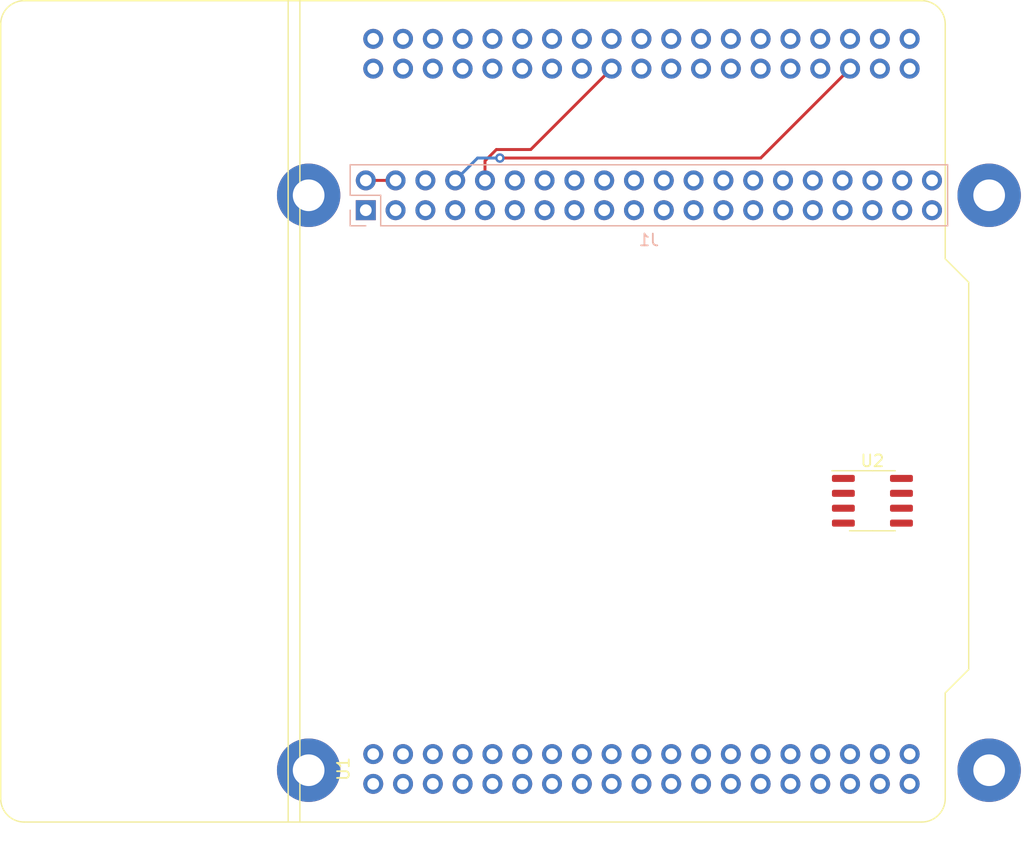
<source format=kicad_pcb>
(kicad_pcb (version 20211014) (generator pcbnew)
  (layers (0 "F.Cu" signal) (31 "B.Cu" signal) (34 "B.Paste" user) (35 "F.Paste" user) (36 "B.SilkS" user "B.Silkscreen") (37 "F.SilkS" user "F.Silkscreen") (38 "B.Mask" user) (39 "F.Mask" user) (44 "Edge.Cuts" user))
  (net 0 "")
  (net 1 "+3V3")
  (net 2 "+5V")
  (net 7 "/Serial_rp_to_nu")
  (net 9 "/Serial_nu_to_rp")
  (net 88 "/nuCAN1_TX")
  (net 90 "/nuCAN1_RX")
  (net 92 "/nuCAN2_TX")
  (net 105 "/nuCAN2_RX")
  (net 113 "GND")
  (footprint "Boad_dev:RaspberryPi_HAT_Connector_4hole" (layer "F.Cu") (at 135.255 70.485)
    (fp_text reference "J1" (at 0 3.81) (layer "B.SilkS") (effects (justify mirror)))
    (fp_text value "Raspberry_Pi_2_3")
    (fp_line (start -25.46 2.6) (end -24.13 2.6) (layer "B.SilkS") (width 0.12))
    (fp_line (start -25.46 -2.6) (end 25.46 -2.6) (layer "B.SilkS") (width 0.12))
    (fp_line (start -22.86 0) (end -22.86 2.6) (layer "B.SilkS") (width 0.12))
    (fp_line (start -25.46 0) (end -22.86 0) (layer "B.SilkS") (width 0.12))
    (fp_line (start 25.46 -2.6) (end 25.46 2.6) (layer "B.SilkS") (width 0.12))
    (fp_line (start -25.46 1.27) (end -25.46 2.6) (layer "B.SilkS") (width 0.12))
    (fp_line (start -22.86 2.6) (end 25.46 2.6) (layer "B.SilkS") (width 0.12))
    (fp_line (start -25.46 -2.6) (end -25.46 0) (layer "B.SilkS") (width 0.12))
    (pad "" thru_hole circle locked (at -29 49) (size 5.4 5.4) (drill 2.7) (layers *.Cu *.Mask))
    (pad "" thru_hole circle locked (at -29 0) (size 5.4 5.4) (drill 2.7) (layers *.Cu *.Mask))
    (pad "" thru_hole circle locked (at 29 49) (size 5.4 5.4) (drill 2.7) (layers *.Cu *.Mask))
    (pad "" thru_hole circle locked (at 29 0) (size 5.4 5.4) (drill 2.7) (layers *.Cu *.Mask))
    (pad "1" thru_hole rect locked (at -24.13 1.27 270) (size 1.7 1.7) (drill 1) (layers *.Cu *.Mask) (net 1 "+3V3"))
    (pad "2" thru_hole oval locked (at -24.13 -1.27 270) (size 1.7 1.7) (drill 1) (layers *.Cu *.Mask) (net 2 "+5V"))
    (pad "3" thru_hole oval locked (at -21.59 1.27 270) (size 1.7 1.7) (drill 1) (layers *.Cu *.Mask))
    (pad "4" thru_hole oval locked (at -21.59 -1.27 270) (size 1.7 1.7) (drill 1) (layers *.Cu *.Mask) (net 2 "+5V"))
    (pad "5" thru_hole oval locked (at -19.05 1.27 270) (size 1.7 1.7) (drill 1) (layers *.Cu *.Mask))
    (pad "6" thru_hole oval locked (at -19.05 -1.27 270) (size 1.7 1.7) (drill 1) (layers *.Cu *.Mask))
    (pad "7" thru_hole oval locked (at -16.51 1.27 270) (size 1.7 1.7) (drill 1) (layers *.Cu *.Mask))
    (pad "8" thru_hole oval locked (at -16.51 -1.27 270) (size 1.7 1.7) (drill 1) (layers *.Cu *.Mask) (net 7 "/Serial_rp_to_nu"))
    (pad "9" thru_hole oval locked (at -13.97 1.27 270) (size 1.7 1.7) (drill 1) (layers *.Cu *.Mask))
    (pad "10" thru_hole oval locked (at -13.97 -1.27 270) (size 1.7 1.7) (drill 1) (layers *.Cu *.Mask) (net 9 "/Serial_nu_to_rp"))
    (pad "11" thru_hole oval locked (at -11.43 1.27 270) (size 1.7 1.7) (drill 1) (layers *.Cu *.Mask))
    (pad "12" thru_hole oval locked (at -11.43 -1.27 270) (size 1.7 1.7) (drill 1) (layers *.Cu *.Mask))
    (pad "13" thru_hole oval locked (at -8.89 1.27 270) (size 1.7 1.7) (drill 1) (layers *.Cu *.Mask))
    (pad "14" thru_hole oval locked (at -8.89 -1.27 270) (size 1.7 1.7) (drill 1) (layers *.Cu *.Mask))
    (pad "15" thru_hole oval locked (at -6.35 1.27 270) (size 1.7 1.7) (drill 1) (layers *.Cu *.Mask))
    (pad "16" thru_hole oval locked (at -6.35 -1.27 270) (size 1.7 1.7) (drill 1) (layers *.Cu *.Mask))
    (pad "17" thru_hole oval locked (at -3.81 1.27 270) (size 1.7 1.7) (drill 1) (layers *.Cu *.Mask) (net 1 "+3V3"))
    (pad "18" thru_hole oval locked (at -3.81 -1.27 270) (size 1.7 1.7) (drill 1) (layers *.Cu *.Mask))
    (pad "19" thru_hole oval locked (at -1.27 1.27 270) (size 1.7 1.7) (drill 1) (layers *.Cu *.Mask))
    (pad "20" thru_hole oval locked (at -1.27 -1.27 270) (size 1.7 1.7) (drill 1) (layers *.Cu *.Mask))
    (pad "21" thru_hole oval locked (at 1.27 1.27 270) (size 1.7 1.7) (drill 1) (layers *.Cu *.Mask))
    (pad "22" thru_hole oval locked (at 1.27 -1.27 270) (size 1.7 1.7) (drill 1) (layers *.Cu *.Mask))
    (pad "23" thru_hole oval locked (at 3.81 1.27 270) (size 1.7 1.7) (drill 1) (layers *.Cu *.Mask))
    (pad "24" thru_hole oval locked (at 3.81 -1.27 270) (size 1.7 1.7) (drill 1) (layers *.Cu *.Mask))
    (pad "25" thru_hole oval locked (at 6.35 1.27 270) (size 1.7 1.7) (drill 1) (layers *.Cu *.Mask))
    (pad "26" thru_hole oval locked (at 6.35 -1.27 270) (size 1.7 1.7) (drill 1) (layers *.Cu *.Mask))
    (pad "27" thru_hole oval locked (at 8.89 1.27 270) (size 1.7 1.7) (drill 1) (layers *.Cu *.Mask))
    (pad "28" thru_hole oval locked (at 8.89 -1.27 270) (size 1.7 1.7) (drill 1) (layers *.Cu *.Mask))
    (pad "29" thru_hole oval locked (at 11.43 1.27 270) (size 1.7 1.7) (drill 1) (layers *.Cu *.Mask))
    (pad "30" thru_hole oval locked (at 11.43 -1.27 270) (size 1.7 1.7) (drill 1) (layers *.Cu *.Mask))
    (pad "31" thru_hole oval locked (at 13.97 1.27 270) (size 1.7 1.7) (drill 1) (layers *.Cu *.Mask))
    (pad "32" thru_hole oval locked (at 13.97 -1.27 270) (size 1.7 1.7) (drill 1) (layers *.Cu *.Mask))
    (pad "33" thru_hole oval locked (at 16.51 1.27 270) (size 1.7 1.7) (drill 1) (layers *.Cu *.Mask))
    (pad "34" thru_hole oval locked (at 16.51 -1.27 270) (size 1.7 1.7) (drill 1) (layers *.Cu *.Mask))
    (pad "35" thru_hole oval locked (at 19.05 1.27 270) (size 1.7 1.7) (drill 1) (layers *.Cu *.Mask))
    (pad "36" thru_hole oval locked (at 19.05 -1.27 270) (size 1.7 1.7) (drill 1) (layers *.Cu *.Mask))
    (pad "37" thru_hole oval locked (at 21.59 1.27 270) (size 1.7 1.7) (drill 1) (layers *.Cu *.Mask))
    (pad "38" thru_hole oval locked (at 21.59 -1.27 270) (size 1.7 1.7) (drill 1) (layers *.Cu *.Mask))
    (pad "39" thru_hole oval locked (at 24.13 1.27 270) (size 1.7 1.7) (drill 1) (layers *.Cu *.Mask))
    (pad "40" thru_hole oval locked (at 24.13 -1.27 270) (size 1.7 1.7) (drill 1) (layers *.Cu *.Mask))
  )
  (footprint "Boad_dev:Nucleo-64_ST_morpho" (layer "F.Cu") (at 111.76 120.65 90)
    (fp_text reference "U1" (at 1.27 -2.54 90) (layer "F.SilkS"))
    (fp_text value "NUCLEO-F446RE")
    (fp_line (start 66.75 -7.25) (end -3.25 -7.25) (layer "F.SilkS") (width 0.12))
    (fp_line (start 9.75 50.75) (end 42.75 50.75) (layer "F.SilkS") (width 0.12))
    (fp_line (start -1.25 -31.75) (end 64.75 -31.75) (layer "F.SilkS") (width 0.12))
    (fp_line (start -3.25 -6.25) (end 66.75 -6.25) (layer "F.SilkS") (width 0.12))
    (fp_line (start 44.75 48.75) (end 64.75 48.75) (layer "F.SilkS") (width 0.12))
    (fp_line (start -3.25 -29.75) (end -3.25 46.75) (layer "F.SilkS") (width 0.12))
    (fp_line (start 42.75 50.75) (end 44.75 48.75) (layer "F.SilkS") (width 0.12))
    (fp_line (start 7.75 48.75) (end 9.75 50.75) (layer "F.SilkS") (width 0.12))
    (fp_line (start 66.75 -29.75) (end 66.75 46.75) (layer "F.SilkS") (width 0.12))
    (fp_line (start 7.75 48.75) (end -1.25 48.75) (layer "F.SilkS") (width 0.12))
    (fp_arc (start -3.25 -29.75) (mid -2.664214 -31.164214) (end -1.25 -31.75) (layer "F.SilkS") (width 0.12))
    (fp_arc (start 66.75 46.75) (mid 66.164214 48.164214) (end 64.75 48.75) (layer "F.SilkS") (width 0.12))
    (fp_arc (start 64.75 -31.75) (mid 66.164214 -31.164214) (end 66.75 -29.75) (layer "F.SilkS") (width 0.12))
    (fp_arc (start -1.25 48.75) (mid -2.664214 48.164214) (end -3.25 46.75) (layer "F.SilkS") (width 0.12))
    (pad "1" thru_hole circle locked (at 0 0 90) (size 1.7 1.7) (drill 1) (layers *.Cu *.Mask))
    (pad "2" thru_hole circle locked (at 2.54 0 90) (size 1.7 1.7) (drill 1) (layers *.Cu *.Mask))
    (pad "3" thru_hole circle locked (at 0 2.54 90) (size 1.7 1.7) (drill 1) (layers *.Cu *.Mask))
    (pad "4" thru_hole circle locked (at 2.54 2.54 90) (size 1.7 1.7) (drill 1) (layers *.Cu *.Mask))
    (pad "5" thru_hole circle locked (at 0 5.08 90) (size 1.7 1.7) (drill 1) (layers *.Cu *.Mask))
    (pad "6" thru_hole circle locked (at 2.54 5.08 90) (size 1.7 1.7) (drill 1) (layers *.Cu *.Mask))
    (pad "7" thru_hole circle locked (at 0 7.62 90) (size 1.7 1.7) (drill 1) (layers *.Cu *.Mask))
    (pad "8" thru_hole circle locked (at 2.54 7.62 90) (size 1.7 1.7) (drill 1) (layers *.Cu *.Mask))
    (pad "9" thru_hole circle locked (at 0 10.16 90) (size 1.7 1.7) (drill 1) (layers *.Cu *.Mask))
    (pad "10" thru_hole circle locked (at 2.54 10.16 90) (size 1.7 1.7) (drill 1) (layers *.Cu *.Mask))
    (pad "11" thru_hole circle locked (at 0 12.7 90) (size 1.7 1.7) (drill 1) (layers *.Cu *.Mask))
    (pad "12" thru_hole circle locked (at 2.54 12.7 90) (size 1.7 1.7) (drill 1) (layers *.Cu *.Mask))
    (pad "13" thru_hole circle locked (at 0 15.24 90) (size 1.7 1.7) (drill 1) (layers *.Cu *.Mask))
    (pad "14" thru_hole circle locked (at 2.54 15.24 90) (size 1.7 1.7) (drill 1) (layers *.Cu *.Mask))
    (pad "15" thru_hole circle locked (at 0 17.78 90) (size 1.7 1.7) (drill 1) (layers *.Cu *.Mask))
    (pad "16" thru_hole circle locked (at 2.54 17.78 90) (size 1.7 1.7) (drill 1) (layers *.Cu *.Mask))
    (pad "17" thru_hole circle locked (at 0 20.32 90) (size 1.7 1.7) (drill 1) (layers *.Cu *.Mask))
    (pad "18" thru_hole circle locked (at 2.54 20.32 90) (size 1.7 1.7) (drill 1) (layers *.Cu *.Mask))
    (pad "19" thru_hole circle locked (at 0 22.86 90) (size 1.7 1.7) (drill 1) (layers *.Cu *.Mask))
    (pad "20" thru_hole circle locked (at 2.54 22.86 90) (size 1.7 1.7) (drill 1) (layers *.Cu *.Mask))
    (pad "21" thru_hole circle locked (at 0 25.4 90) (size 1.7 1.7) (drill 1) (layers *.Cu *.Mask))
    (pad "22" thru_hole circle locked (at 2.54 25.4 90) (size 1.7 1.7) (drill 1) (layers *.Cu *.Mask))
    (pad "23" thru_hole circle locked (at 0 27.94 90) (size 1.7 1.7) (drill 1) (layers *.Cu *.Mask))
    (pad "24" thru_hole circle locked (at 2.54 27.94 90) (size 1.7 1.7) (drill 1) (layers *.Cu *.Mask))
    (pad "25" thru_hole circle locked (at 0 30.48 90) (size 1.7 1.7) (drill 1) (layers *.Cu *.Mask))
    (pad "26" thru_hole circle locked (at 2.54 30.48 90) (size 1.7 1.7) (drill 1) (layers *.Cu *.Mask))
    (pad "27" thru_hole circle locked (at 0 33.02 90) (size 1.7 1.7) (drill 1) (layers *.Cu *.Mask))
    (pad "28" thru_hole circle locked (at 2.54 33.02 90) (size 1.7 1.7) (drill 1) (layers *.Cu *.Mask))
    (pad "29" thru_hole circle locked (at 0 35.56 90) (size 1.7 1.7) (drill 1) (layers *.Cu *.Mask))
    (pad "30" thru_hole circle locked (at 2.54 35.56 90) (size 1.7 1.7) (drill 1) (layers *.Cu *.Mask))
    (pad "31" thru_hole circle locked (at 0 38.1 90) (size 1.7 1.7) (drill 1) (layers *.Cu *.Mask))
    (pad "32" thru_hole circle locked (at 2.54 38.1 90) (size 1.7 1.7) (drill 1) (layers *.Cu *.Mask))
    (pad "33" thru_hole circle locked (at 0 40.64 90) (size 1.7 1.7) (drill 1) (layers *.Cu *.Mask))
    (pad "34" thru_hole circle locked (at 2.54 40.64 90) (size 1.7 1.7) (drill 1) (layers *.Cu *.Mask))
    (pad "35" thru_hole circle locked (at 0 43.18 90) (size 1.7 1.7) (drill 1) (layers *.Cu *.Mask))
    (pad "36" thru_hole circle locked (at 2.54 43.18 90) (size 1.7 1.7) (drill 1) (layers *.Cu *.Mask))
    (pad "37" thru_hole circle locked (at 0 45.72 90) (size 1.7 1.7) (drill 1) (layers *.Cu *.Mask))
    (pad "38" thru_hole circle locked (at 2.54 45.72 90) (size 1.7 1.7) (drill 1) (layers *.Cu *.Mask))
    (pad "39" thru_hole circle locked (at 60.96 0 90) (size 1.7 1.7) (drill 1) (layers *.Cu *.Mask))
    (pad "40" thru_hole circle locked (at 63.5 0 90) (size 1.7 1.7) (drill 1) (layers *.Cu *.Mask))
    (pad "41" thru_hole circle locked (at 60.96 2.54 90) (size 1.7 1.7) (drill 1) (layers *.Cu *.Mask))
    (pad "42" thru_hole circle locked (at 63.5 2.54 90) (size 1.7 1.7) (drill 1) (layers *.Cu *.Mask))
    (pad "43" thru_hole circle locked (at 60.96 5.08 90) (size 1.7 1.7) (drill 1) (layers *.Cu *.Mask))
    (pad "44" thru_hole circle locked (at 63.5 5.08 90) (size 1.7 1.7) (drill 1) (layers *.Cu *.Mask))
    (pad "45" thru_hole circle locked (at 60.96 7.62 90) (size 1.7 1.7) (drill 1) (layers *.Cu *.Mask))
    (pad "46" thru_hole circle locked (at 63.5 7.62 90) (size 1.7 1.7) (drill 1) (layers *.Cu *.Mask))
    (pad "47" thru_hole circle locked (at 60.96 10.16 90) (size 1.7 1.7) (drill 1) (layers *.Cu *.Mask))
    (pad "48" thru_hole circle locked (at 63.5 10.16 90) (size 1.7 1.7) (drill 1) (layers *.Cu *.Mask))
    (pad "49" thru_hole circle locked (at 60.96 12.7 90) (size 1.7 1.7) (drill 1) (layers *.Cu *.Mask))
    (pad "50" thru_hole circle locked (at 63.5 12.7 90) (size 1.7 1.7) (drill 1) (layers *.Cu *.Mask) (net 88 "/nuCAN1_TX"))
    (pad "51" thru_hole circle locked (at 60.96 15.24 90) (size 1.7 1.7) (drill 1) (layers *.Cu *.Mask))
    (pad "52" thru_hole circle locked (at 63.5 15.24 90) (size 1.7 1.7) (drill 1) (layers *.Cu *.Mask) (net 90 "/nuCAN1_RX"))
    (pad "53" thru_hole circle locked (at 60.96 17.78 90) (size 1.7 1.7) (drill 1) (layers *.Cu *.Mask))
    (pad "54" thru_hole circle locked (at 63.5 17.78 90) (size 1.7 1.7) (drill 1) (layers *.Cu *.Mask) (net 92 "/nuCAN2_TX"))
    (pad "55" thru_hole circle locked (at 60.96 20.32 90) (size 1.7 1.7) (drill 1) (layers *.Cu *.Mask) (net 9 "/Serial_nu_to_rp"))
    (pad "56" thru_hole circle locked (at 63.5 20.32 90) (size 1.7 1.7) (drill 1) (layers *.Cu *.Mask))
    (pad "57" thru_hole circle locked (at 60.96 22.86 90) (size 1.7 1.7) (drill 1) (layers *.Cu *.Mask))
    (pad "58" thru_hole circle locked (at 63.5 22.86 90) (size 1.7 1.7) (drill 1) (layers *.Cu *.Mask))
    (pad "59" thru_hole circle locked (at 60.96 25.4 90) (size 1.7 1.7) (drill 1) (layers *.Cu *.Mask))
    (pad "60" thru_hole circle locked (at 63.5 25.4 90) (size 1.7 1.7) (drill 1) (layers *.Cu *.Mask))
    (pad "61" thru_hole circle locked (at 60.96 27.94 90) (size 1.7 1.7) (drill 1) (layers *.Cu *.Mask))
    (pad "62" thru_hole circle locked (at 63.5 27.94 90) (size 1.7 1.7) (drill 1) (layers *.Cu *.Mask))
    (pad "63" thru_hole circle locked (at 60.96 30.48 90) (size 1.7 1.7) (drill 1) (layers *.Cu *.Mask))
    (pad "64" thru_hole circle locked (at 63.5 30.48 90) (size 1.7 1.7) (drill 1) (layers *.Cu *.Mask))
    (pad "65" thru_hole circle locked (at 60.96 33.02 90) (size 1.7 1.7) (drill 1) (layers *.Cu *.Mask))
    (pad "66" thru_hole circle locked (at 63.5 33.02 90) (size 1.7 1.7) (drill 1) (layers *.Cu *.Mask))
    (pad "67" thru_hole circle locked (at 60.96 35.56 90) (size 1.7 1.7) (drill 1) (layers *.Cu *.Mask))
    (pad "68" thru_hole circle locked (at 63.5 35.56 90) (size 1.7 1.7) (drill 1) (layers *.Cu *.Mask) (net 105 "/nuCAN2_RX"))
    (pad "69" thru_hole circle locked (at 60.96 38.1 90) (size 1.7 1.7) (drill 1) (layers *.Cu *.Mask))
    (pad "70" thru_hole circle locked (at 63.5 38.1 90) (size 1.7 1.7) (drill 1) (layers *.Cu *.Mask))
    (pad "71" thru_hole circle locked (at 60.96 40.64 90) (size 1.7 1.7) (drill 1) (layers *.Cu *.Mask) (net 7 "/Serial_rp_to_nu"))
    (pad "72" thru_hole circle locked (at 63.5 40.64 90) (size 1.7 1.7) (drill 1) (layers *.Cu *.Mask))
    (pad "73" thru_hole circle locked (at 60.96 43.18 90) (size 1.7 1.7) (drill 1) (layers *.Cu *.Mask))
    (pad "74" thru_hole circle locked (at 63.5 43.18 90) (size 1.7 1.7) (drill 1) (layers *.Cu *.Mask))
    (pad "75" thru_hole circle locked (at 60.96 45.72 90) (size 1.7 1.7) (drill 1) (layers *.Cu *.Mask))
    (pad "76" thru_hole circle locked (at 63.5 45.72 90) (size 1.7 1.7) (drill 1) (layers *.Cu *.Mask))
  )
  (footprint "Package_SO:SOIC-8_3.9x4.9mm_P1.27mm" (layer "F.Cu") (at 154.305 96.52)
    (fp_text reference "U2" (at 0 -3.4) (layer "F.SilkS"))
    (fp_text value "MCP2551-I-SN")
    (fp_line (start 0 2.56) (end 1.95 2.56) (layer "F.SilkS") (width 0.12))
    (fp_line (start 0 -2.56) (end 1.95 -2.56) (layer "F.SilkS") (width 0.12))
    (fp_line (start 0 -2.56) (end -3.45 -2.56) (layer "F.SilkS") (width 0.12))
    (fp_line (start 0 2.56) (end -1.95 2.56) (layer "F.SilkS") (width 0.12))
    (pad "1" smd roundrect locked (at -2.475 -1.905) (size 1.95 0.6) (layers "F.Cu" "F.Paste" "F.Mask") (net 88 "/nuCAN1_TX"))
    (pad "2" smd roundrect locked (at -2.475 -0.635) (size 1.95 0.6) (layers "F.Cu" "F.Paste" "F.Mask") (net 113 "GND"))
    (pad "3" smd roundrect locked (at -2.475 0.635) (size 1.95 0.6) (layers "F.Cu" "F.Paste" "F.Mask") (net 2 "+5V"))
    (pad "4" smd roundrect locked (at -2.475 1.905) (size 1.95 0.6) (layers "F.Cu" "F.Paste" "F.Mask") (net 90 "/nuCAN1_RX"))
    (pad "5" smd roundrect locked (at 2.475 1.905) (size 1.95 0.6) (layers "F.Cu" "F.Paste" "F.Mask"))
    (pad "6" smd roundrect locked (at 2.475 0.635) (size 1.95 0.6) (layers "F.Cu" "F.Paste" "F.Mask"))
    (pad "7" smd roundrect locked (at 2.475 -0.635) (size 1.95 0.6) (layers "F.Cu" "F.Paste" "F.Mask"))
    (pad "8" smd roundrect locked (at 2.475 -1.905) (size 1.95 0.6) (layers "F.Cu" "F.Paste" "F.Mask"))
  )
  (segment (start 111.125 69.215) (end 113.665 69.215) (width 0.25) (layer "F.Cu") (net 2))
  (segment (start 144.78 67.31) (end 122.555 67.31) (width 0.25) (layer "F.Cu") (net 7))
  (segment (start 152.4 59.69) (end 144.78 67.31) (width 0.25) (layer "F.Cu") (net 7))
  (via (at 122.555 67.31) (size 0.8) (drill 0.4) (layers "F.Cu" "B.Cu") (net 7))
  (segment (start 120.65 67.31) (end 118.745 69.215) (width 0.25) (layer "B.Cu") (net 7))
  (segment (start 122.555 67.31) (end 120.65 67.31) (width 0.25) (layer "B.Cu") (net 7))
  (segment (start 125.184501 66.585499) (end 132.08 59.69) (width 0.25) (layer "F.Cu") (net 9))
  (segment (start 121.285 69.215) (end 121.285 67.5554) (width 0.25) (layer "F.Cu") (net 9))
  (segment (start 122.254901 66.585499) (end 125.184501 66.585499) (width 0.25) (layer "F.Cu") (net 9))
  (segment (start 121.285 67.5554) (end 122.254901 66.585499) (width 0.25) (layer "F.Cu") (net 9))
)
</source>
